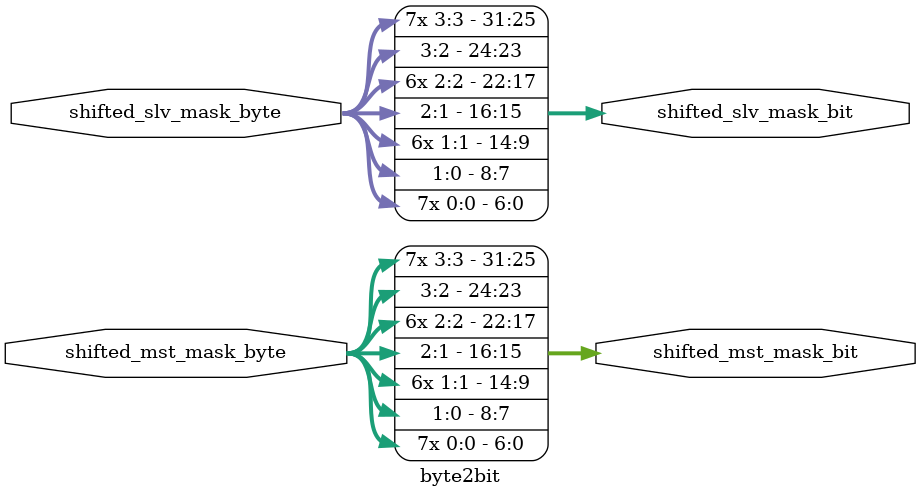
<source format=v>
module byte2bit (
                                 //  input ports
                                 shifted_slv_mask_bit,
                                 shifted_mst_mask_bit,
 
                                 //  output ports
                                 shifted_slv_mask_byte,
                                 shifted_mst_mask_byte
                                 );
 
   parameter        DATA_WIDTH_IN             = 32;
   parameter        DATA_WIDTH_OUT            = 32;
//  output ports
   output     [DATA_WIDTH_IN - 1:0] shifted_slv_mask_bit;
   wire      [DATA_WIDTH_IN - 1:0] shifted_slv_mask_bit;
   output     [DATA_WIDTH_OUT - 1:0] shifted_mst_mask_bit;
   wire      [DATA_WIDTH_OUT - 1:0] shifted_mst_mask_bit;
//  input ports
   input    [(DATA_WIDTH_IN / 8) - 1:0] shifted_slv_mask_byte;
   wire      [(DATA_WIDTH_IN / 8) - 1:0] shifted_slv_mask_byte;
   input    [(DATA_WIDTH_OUT / 8) - 1:0] shifted_mst_mask_byte;
   wire      [(DATA_WIDTH_OUT / 8) - 1:0] shifted_mst_mask_byte;

   genvar i;

   generate
     for (i=0;i<(DATA_WIDTH_IN/8);i=i+1) begin
       assign shifted_slv_mask_bit[(8*i)+:8] = {8{shifted_slv_mask_byte[i]}};
     end
   endgenerate

   generate
     for (i=0;i<(DATA_WIDTH_OUT/8);i=i+1) begin
       assign shifted_mst_mask_bit[(8*i)+:8] = {8{shifted_mst_mask_byte[i]}};
     end
   endgenerate

endmodule


</source>
